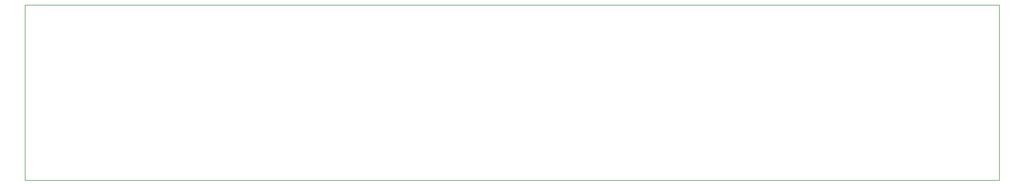
<source format=gm1>
G04*
G04 #@! TF.GenerationSoftware,Altium Limited,Altium Designer,20.2.3 (150)*
G04*
G04 Layer_Color=14934224*
%FSLAX25Y25*%
%MOIN*%
G70*
G04*
G04 #@! TF.SameCoordinates,3BBCC810-EA08-4C21-AED5-1319FEB89D9C*
G04*
G04*
G04 #@! TF.FilePolarity,Positive*
G04*
G01*
G75*
%ADD10C,0.00492*%
D10*
X0Y0D02*
Y108000D01*
Y0D02*
X600500D01*
Y108000D01*
X0D02*
X600500D01*
M02*

</source>
